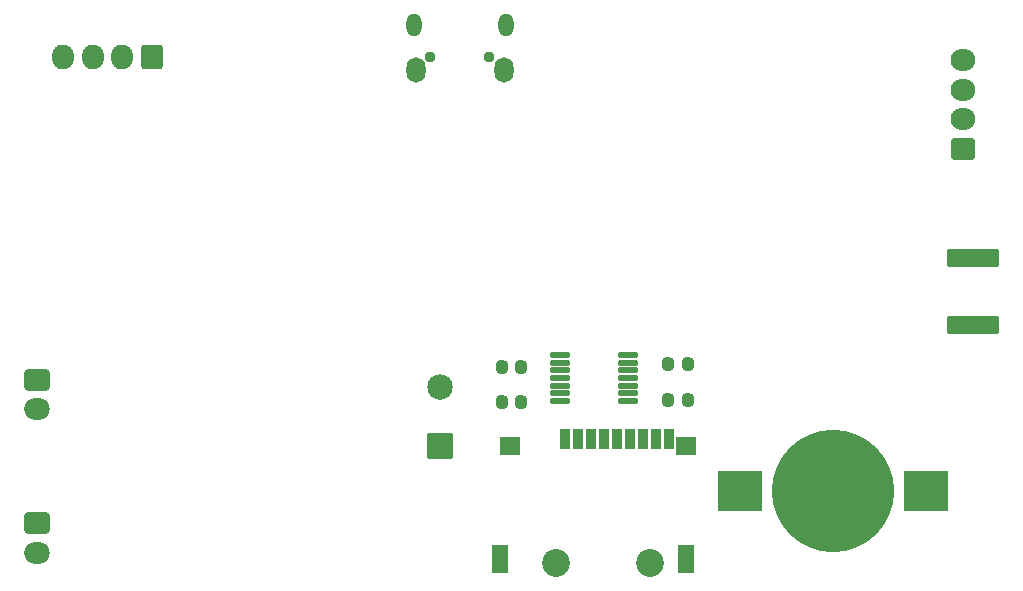
<source format=gbs>
%TF.GenerationSoftware,KiCad,Pcbnew,7.0.7*%
%TF.CreationDate,2024-05-31T17:05:06+03:00*%
%TF.ProjectId,hecatlon_raid_eye,68656361-746c-46f6-9e5f-726169645f65,rev?*%
%TF.SameCoordinates,Original*%
%TF.FileFunction,Soldermask,Bot*%
%TF.FilePolarity,Negative*%
%FSLAX46Y46*%
G04 Gerber Fmt 4.6, Leading zero omitted, Abs format (unit mm)*
G04 Created by KiCad (PCBNEW 7.0.7) date 2024-05-31 17:05:06*
%MOMM*%
%LPD*%
G01*
G04 APERTURE LIST*
G04 Aperture macros list*
%AMRoundRect*
0 Rectangle with rounded corners*
0 $1 Rounding radius*
0 $2 $3 $4 $5 $6 $7 $8 $9 X,Y pos of 4 corners*
0 Add a 4 corners polygon primitive as box body*
4,1,4,$2,$3,$4,$5,$6,$7,$8,$9,$2,$3,0*
0 Add four circle primitives for the rounded corners*
1,1,$1+$1,$2,$3*
1,1,$1+$1,$4,$5*
1,1,$1+$1,$6,$7*
1,1,$1+$1,$8,$9*
0 Add four rect primitives between the rounded corners*
20,1,$1+$1,$2,$3,$4,$5,0*
20,1,$1+$1,$4,$5,$6,$7,0*
20,1,$1+$1,$6,$7,$8,$9,0*
20,1,$1+$1,$8,$9,$2,$3,0*%
G04 Aperture macros list end*
%ADD10RoundRect,0.080000X2.100000X-0.675000X2.100000X0.675000X-2.100000X0.675000X-2.100000X-0.675000X0*%
%ADD11C,1.360000*%
%ADD12RoundRect,0.330000X-0.750000X0.600000X-0.750000X-0.600000X0.750000X-0.600000X0.750000X0.600000X0*%
%ADD13O,2.160000X1.860000*%
%ADD14O,0.960000X0.960000*%
%ADD15O,1.310000X1.960000*%
%ADD16O,1.610000X2.160000*%
%ADD17RoundRect,0.080000X1.000000X-1.000000X1.000000X1.000000X-1.000000X1.000000X-1.000000X-1.000000X0*%
%ADD18C,2.160000*%
%ADD19RoundRect,0.330000X0.725000X-0.600000X0.725000X0.600000X-0.725000X0.600000X-0.725000X-0.600000X0*%
%ADD20O,2.110000X1.860000*%
%ADD21RoundRect,0.330000X0.600000X0.725000X-0.600000X0.725000X-0.600000X-0.725000X0.600000X-0.725000X0*%
%ADD22O,1.860000X2.110000*%
%ADD23RoundRect,0.280000X0.200000X0.275000X-0.200000X0.275000X-0.200000X-0.275000X0.200000X-0.275000X0*%
%ADD24RoundRect,0.080000X-1.750000X-1.650000X1.750000X-1.650000X1.750000X1.650000X-1.750000X1.650000X0*%
%ADD25C,10.360000*%
%ADD26RoundRect,0.180000X0.637500X0.100000X-0.637500X0.100000X-0.637500X-0.100000X0.637500X-0.100000X0*%
%ADD27C,2.360000*%
%ADD28RoundRect,0.080000X0.350000X0.800000X-0.350000X0.800000X-0.350000X-0.800000X0.350000X-0.800000X0*%
%ADD29RoundRect,0.080000X0.800000X-0.700000X0.800000X0.700000X-0.800000X0.700000X-0.800000X-0.700000X0*%
%ADD30RoundRect,0.080000X0.600000X1.100000X-0.600000X1.100000X-0.600000X-1.100000X0.600000X-1.100000X0*%
G04 APERTURE END LIST*
D10*
%TO.C,AE2*%
X263037500Y-70825000D03*
X263037500Y-65175000D03*
%TD*%
D11*
%TO.C,IC1*%
X251964000Y-84574000D03*
%TD*%
D12*
%TO.C,J6*%
X183800000Y-87650000D03*
D13*
X183800000Y-90150000D03*
%TD*%
D14*
%TO.C,J5*%
X222100000Y-48200000D03*
X217100000Y-48200000D03*
D15*
X223475000Y-45450000D03*
D16*
X223325000Y-49250000D03*
X215875000Y-49250000D03*
D15*
X215725000Y-45450000D03*
%TD*%
D12*
%TO.C,J3*%
X183800000Y-75500000D03*
D13*
X183800000Y-78000000D03*
%TD*%
D17*
%TO.C,BZ1*%
X217900000Y-81100000D03*
D18*
X217900000Y-76100000D03*
%TD*%
D19*
%TO.C,J1*%
X262200000Y-55950000D03*
D20*
X262200000Y-53450000D03*
X262200000Y-50950000D03*
X262200000Y-48450000D03*
%TD*%
D21*
%TO.C,J2*%
X193500000Y-48200000D03*
D22*
X191000000Y-48200000D03*
X188500000Y-48200000D03*
X186000000Y-48200000D03*
%TD*%
D23*
%TO.C,R31*%
X224800000Y-74444000D03*
X223150000Y-74444000D03*
%TD*%
D24*
%TO.C,BT1*%
X243300000Y-84900000D03*
X259100000Y-84900000D03*
D25*
X251200000Y-84900000D03*
%TD*%
D23*
%TO.C,R34*%
X224800000Y-77344000D03*
X223150000Y-77344000D03*
%TD*%
%TO.C,R30*%
X238875000Y-74144000D03*
X237225000Y-74144000D03*
%TD*%
D26*
%TO.C,U5*%
X233812500Y-73394000D03*
X233812500Y-74044000D03*
X233812500Y-74694000D03*
X233812500Y-75344000D03*
X233812500Y-75994000D03*
X233812500Y-76644000D03*
X233812500Y-77294000D03*
X228087500Y-77294000D03*
X228087500Y-76644000D03*
X228087500Y-75994000D03*
X228087500Y-75344000D03*
X228087500Y-74694000D03*
X228087500Y-74044000D03*
X228087500Y-73394000D03*
%TD*%
D27*
%TO.C,J10*%
X235725000Y-91000000D03*
X227725000Y-91000000D03*
D28*
X228475000Y-80490000D03*
X229575000Y-80490000D03*
X230675000Y-80490000D03*
X231775000Y-80490000D03*
X232875000Y-80490000D03*
X233975000Y-80490000D03*
X235075000Y-80490000D03*
X236175000Y-80490000D03*
X237275000Y-80490000D03*
D29*
X238725000Y-81090000D03*
D30*
X238725000Y-90690000D03*
X222975000Y-90690000D03*
D29*
X223875000Y-81090000D03*
%TD*%
D23*
%TO.C,R33*%
X238875000Y-77244000D03*
X237225000Y-77244000D03*
%TD*%
M02*

</source>
